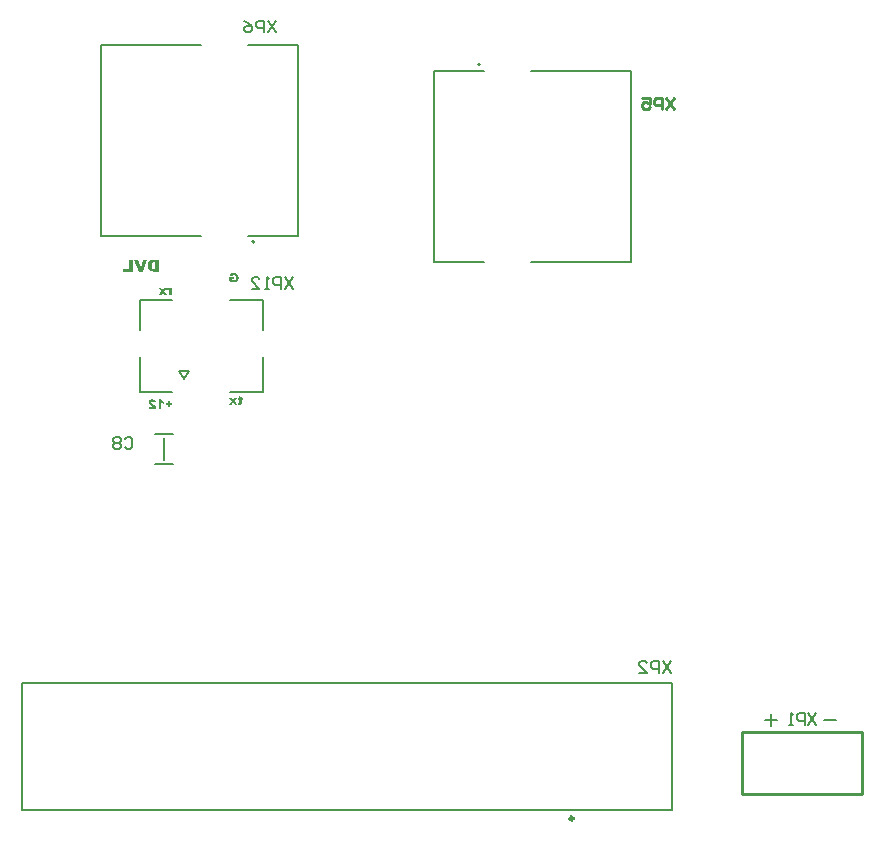
<source format=gbo>
G04*
G04 #@! TF.GenerationSoftware,Altium Limited,Altium Designer,25.5.2 (35)*
G04*
G04 Layer_Color=32896*
%FSLAX44Y44*%
%MOMM*%
G71*
G04*
G04 #@! TF.SameCoordinates,F72C58DA-7479-44D0-9E82-083B63CA5D52*
G04*
G04*
G04 #@! TF.FilePolarity,Positive*
G04*
G01*
G75*
%ADD10C,0.3000*%
%ADD11C,0.1270*%
%ADD12C,0.1500*%
%ADD13C,0.2000*%
%ADD14C,0.2540*%
G36*
X365703Y712725D02*
X366040Y712696D01*
X366317Y712652D01*
X366566Y712608D01*
X366756Y712549D01*
X366888Y712505D01*
X366976Y712476D01*
X367005Y712461D01*
X367210Y712359D01*
X367400Y712227D01*
X367561Y712096D01*
X367693Y711979D01*
X367810Y711862D01*
X367883Y711774D01*
X367927Y711715D01*
X367942Y711686D01*
X368059Y711481D01*
X368146Y711262D01*
X368219Y711028D01*
X368278Y710808D01*
X368322Y710603D01*
X368351Y710443D01*
X368366Y710384D01*
X368380Y710340D01*
Y710311D01*
Y710296D01*
X366259Y710135D01*
X366215Y710355D01*
X366171Y710545D01*
X366113Y710706D01*
X366054Y710823D01*
X366010Y710911D01*
X365966Y710984D01*
X365937Y711013D01*
X365923Y711028D01*
X365820Y711115D01*
X365718Y711174D01*
X365601Y711233D01*
X365498Y711262D01*
X365410Y711276D01*
X365337Y711291D01*
X365264D01*
X365118Y711276D01*
X365001Y711247D01*
X364884Y711218D01*
X364796Y711174D01*
X364723Y711115D01*
X364664Y711086D01*
X364635Y711057D01*
X364620Y711042D01*
X364533Y710940D01*
X364474Y710837D01*
X364416Y710750D01*
X364386Y710647D01*
X364372Y710574D01*
X364357Y710501D01*
Y710457D01*
Y710443D01*
X364372Y710325D01*
X364401Y710194D01*
X364445Y710077D01*
X364489Y709974D01*
X364533Y709887D01*
X364576Y709813D01*
X364606Y709770D01*
X364620Y709755D01*
X364679Y709682D01*
X364752Y709609D01*
X364913Y709448D01*
X365118Y709272D01*
X365323Y709111D01*
X365513Y708950D01*
X365674Y708833D01*
X365732Y708789D01*
X365776Y708745D01*
X365805Y708731D01*
X365820Y708716D01*
X366098Y708511D01*
X366347Y708307D01*
X366566Y708116D01*
X366771Y707941D01*
X366961Y707765D01*
X367137Y707604D01*
X367283Y707458D01*
X367415Y707312D01*
X367532Y707195D01*
X367634Y707077D01*
X367707Y706990D01*
X367766Y706902D01*
X367824Y706843D01*
X367854Y706800D01*
X367883Y706770D01*
Y706756D01*
X368073Y706448D01*
X368219Y706141D01*
X368336Y705834D01*
X368424Y705571D01*
X368483Y705337D01*
X368497Y705249D01*
X368512Y705161D01*
X368527Y705088D01*
X368541Y705044D01*
Y705015D01*
Y705000D01*
X362192D01*
Y706726D01*
X365513D01*
X365308Y706917D01*
X365147Y707063D01*
X365089Y707107D01*
X365045Y707151D01*
X365015Y707165D01*
X365001Y707180D01*
X364898Y707253D01*
X364781Y707355D01*
X364489Y707560D01*
X364357Y707648D01*
X364255Y707721D01*
X364182Y707780D01*
X364152Y707794D01*
X363962Y707941D01*
X363772Y708072D01*
X363611Y708204D01*
X363465Y708336D01*
X363201Y708570D01*
X362996Y708775D01*
X362850Y708950D01*
X362733Y709082D01*
X362674Y709155D01*
X362660Y709184D01*
X362528Y709433D01*
X362426Y709667D01*
X362353Y709887D01*
X362294Y710091D01*
X362265Y710267D01*
X362250Y710399D01*
Y710486D01*
Y710501D01*
Y710516D01*
X362265Y710750D01*
X362309Y710984D01*
X362367Y711174D01*
X362426Y711350D01*
X362499Y711496D01*
X362557Y711613D01*
X362601Y711672D01*
X362616Y711701D01*
X362762Y711891D01*
X362923Y712052D01*
X363084Y712184D01*
X363231Y712286D01*
X363377Y712374D01*
X363494Y712432D01*
X363567Y712461D01*
X363582Y712476D01*
X363596D01*
X363845Y712564D01*
X364123Y712623D01*
X364416Y712681D01*
X364693Y712710D01*
X364942Y712725D01*
X365045D01*
X365132Y712739D01*
X365323D01*
X365703Y712725D01*
D02*
G37*
G36*
X372565Y712476D02*
X372726Y712242D01*
X372872Y712023D01*
X373033Y711847D01*
X373164Y711701D01*
X373267Y711598D01*
X373340Y711540D01*
X373369Y711510D01*
X373618Y711335D01*
X373881Y711174D01*
X374159Y711042D01*
X374423Y710925D01*
X374672Y710823D01*
X374774Y710779D01*
X374862Y710750D01*
X374935Y710721D01*
X374993Y710706D01*
X375023Y710691D01*
X375037D01*
Y708965D01*
X374774Y709053D01*
X374540Y709126D01*
X374335Y709199D01*
X374159Y709272D01*
X374013Y709331D01*
X373911Y709374D01*
X373838Y709404D01*
X373823Y709418D01*
X373457Y709623D01*
X373296Y709726D01*
X373135Y709828D01*
X373004Y709930D01*
X372901Y710004D01*
X372843Y710048D01*
X372813Y710062D01*
Y705000D01*
X370677D01*
Y712739D01*
X372433D01*
X372565Y712476D01*
D02*
G37*
G36*
X380260Y709638D02*
X382250D01*
Y707955D01*
X380260D01*
Y705966D01*
X378578D01*
Y707955D01*
X376588D01*
Y709638D01*
X378578D01*
Y711628D01*
X380260D01*
Y709638D01*
D02*
G37*
G36*
X434622Y819606D02*
X435031Y819563D01*
X435382Y819504D01*
X435543Y819460D01*
X435675Y819431D01*
X435807Y819402D01*
X435924Y819358D01*
X436012Y819329D01*
X436085Y819299D01*
X436143Y819270D01*
X436202Y819255D01*
X436216Y819241D01*
X436231D01*
X436582Y819051D01*
X436889Y818831D01*
X437138Y818597D01*
X437357Y818378D01*
X437519Y818173D01*
X437635Y817997D01*
X437679Y817939D01*
X437709Y817895D01*
X437738Y817866D01*
Y817851D01*
X437914Y817500D01*
X438031Y817119D01*
X438118Y816768D01*
X438191Y816417D01*
X438206Y816271D01*
X438221Y816124D01*
X438235Y816007D01*
Y815890D01*
X438250Y815803D01*
Y815744D01*
Y815700D01*
Y815686D01*
X438235Y815261D01*
X438177Y814852D01*
X438104Y814501D01*
X438016Y814193D01*
X437972Y814047D01*
X437928Y813930D01*
X437884Y813828D01*
X437855Y813740D01*
X437826Y813667D01*
X437797Y813623D01*
X437782Y813593D01*
Y813579D01*
X437592Y813257D01*
X437372Y812979D01*
X437153Y812745D01*
X436948Y812555D01*
X436758Y812394D01*
X436611Y812291D01*
X436553Y812247D01*
X436509Y812233D01*
X436480Y812204D01*
X436465D01*
X436129Y812057D01*
X435748Y811940D01*
X435382Y811867D01*
X435031Y811808D01*
X434870Y811794D01*
X434724Y811779D01*
X434592Y811765D01*
X434475D01*
X434388Y811750D01*
X434256D01*
X433861Y811765D01*
X433495Y811794D01*
X433173Y811823D01*
X432895Y811882D01*
X432661Y811926D01*
X432573Y811940D01*
X432500Y811955D01*
X432442Y811969D01*
X432383Y811984D01*
X432369Y811999D01*
X432354D01*
X432047Y812116D01*
X431725Y812262D01*
X431418Y812423D01*
X431125Y812584D01*
X430876Y812730D01*
X430759Y812789D01*
X430672Y812847D01*
X430598Y812891D01*
X430540Y812935D01*
X430510Y812950D01*
X430496Y812964D01*
Y816227D01*
X434139D01*
Y814647D01*
X432559D01*
Y813915D01*
X432734Y813813D01*
X432881Y813740D01*
X433027Y813667D01*
X433144Y813608D01*
X433246Y813579D01*
X433334Y813549D01*
X433378Y813520D01*
X433393D01*
X433656Y813462D01*
X433788Y813447D01*
X433890Y813432D01*
X433993Y813418D01*
X434139D01*
X434431Y813447D01*
X434695Y813506D01*
X434914Y813579D01*
X435104Y813681D01*
X435251Y813784D01*
X435353Y813857D01*
X435412Y813915D01*
X435441Y813944D01*
X435514Y814047D01*
X435587Y814179D01*
X435704Y814442D01*
X435778Y814735D01*
X435836Y815027D01*
X435865Y815291D01*
X435880Y815393D01*
Y815495D01*
X435895Y815583D01*
Y815642D01*
Y815686D01*
Y815700D01*
Y815920D01*
X435880Y816110D01*
X435821Y816461D01*
X435748Y816754D01*
X435660Y817002D01*
X435587Y817178D01*
X435514Y817309D01*
X435456Y817383D01*
X435441Y817412D01*
X435251Y817588D01*
X435061Y817719D01*
X434856Y817822D01*
X434651Y817880D01*
X434475Y817924D01*
X434344Y817939D01*
X434285Y817953D01*
X434212D01*
X434022Y817939D01*
X433861Y817924D01*
X433700Y817880D01*
X433583Y817836D01*
X433480Y817792D01*
X433407Y817763D01*
X433363Y817734D01*
X433349Y817719D01*
X433232Y817631D01*
X433129Y817514D01*
X433042Y817412D01*
X432983Y817309D01*
X432924Y817207D01*
X432895Y817134D01*
X432866Y817076D01*
Y817061D01*
X430598Y817456D01*
X430686Y817719D01*
X430788Y817968D01*
X430891Y818173D01*
X430993Y818348D01*
X431081Y818480D01*
X431154Y818582D01*
X431213Y818655D01*
X431227Y818670D01*
X431388Y818846D01*
X431564Y818992D01*
X431740Y819109D01*
X431900Y819212D01*
X432047Y819285D01*
X432164Y819343D01*
X432237Y819372D01*
X432252Y819387D01*
X432266D01*
X432398Y819431D01*
X432529Y819460D01*
X432822Y819519D01*
X433144Y819563D01*
X433451Y819592D01*
X433715Y819606D01*
X433846Y819621D01*
X434154D01*
X434622Y819606D01*
D02*
G37*
G36*
X435283Y711249D02*
X437273Y708382D01*
X434991D01*
X433791Y710152D01*
X432767Y708382D01*
X430309D01*
X432328Y711249D01*
X430441Y713883D01*
X432767D01*
X433791Y712346D01*
X434669Y713883D01*
X437171D01*
X435283Y711249D01*
D02*
G37*
G36*
X440975Y714892D02*
Y713883D01*
X441750D01*
Y712332D01*
X440975D01*
Y710386D01*
X440960Y710064D01*
X440945Y709786D01*
X440916Y709567D01*
X440887Y709377D01*
X440858Y709230D01*
X440828Y709128D01*
X440799Y709069D01*
Y709055D01*
X440726Y708908D01*
X440638Y708791D01*
X440550Y708674D01*
X440462Y708601D01*
X440389Y708528D01*
X440316Y708484D01*
X440272Y708455D01*
X440258Y708440D01*
X440097Y708382D01*
X439907Y708338D01*
X439716Y708294D01*
X439526Y708279D01*
X439351Y708265D01*
X439219Y708250D01*
X439087D01*
X438824Y708265D01*
X438561Y708279D01*
X438312Y708308D01*
X438092Y708338D01*
X437902Y708367D01*
X437741Y708382D01*
X437683Y708396D01*
X437639Y708411D01*
X437610D01*
X437771Y709874D01*
X437917Y709830D01*
X438049Y709801D01*
X438166Y709772D01*
X438253Y709757D01*
X438326D01*
X438385Y709742D01*
X438429D01*
X438517Y709757D01*
X438590Y709772D01*
X438707Y709830D01*
X438780Y709889D01*
X438795Y709918D01*
X438809Y709962D01*
X438824Y710035D01*
X438839Y710181D01*
X438853Y710254D01*
Y710313D01*
Y710357D01*
Y710371D01*
Y712332D01*
X437697D01*
Y713883D01*
X438853D01*
Y715990D01*
X440975Y714892D01*
D02*
G37*
G36*
X375399Y804118D02*
X377389Y801250D01*
X375107D01*
X373907Y803020D01*
X372883Y801250D01*
X370425D01*
X372444Y804118D01*
X370556Y806751D01*
X372883D01*
X373907Y805215D01*
X374785Y806751D01*
X377286D01*
X375399Y804118D01*
D02*
G37*
G36*
X378354Y806868D02*
X378501Y806853D01*
X378632Y806810D01*
X378750Y806766D01*
X378837Y806722D01*
X378896Y806693D01*
X378940Y806663D01*
X378954Y806649D01*
X379057Y806546D01*
X379159Y806429D01*
X379349Y806166D01*
X379422Y806034D01*
X379481Y805946D01*
X379510Y805873D01*
X379525Y805844D01*
Y806751D01*
X381500D01*
Y801250D01*
X379379D01*
Y803093D01*
Y803327D01*
X379364Y803547D01*
X379349Y803752D01*
X379335Y803927D01*
X379305Y804088D01*
X379276Y804249D01*
X379247Y804366D01*
X379218Y804483D01*
X379188Y804586D01*
X379159Y804673D01*
X379101Y804791D01*
X379071Y804864D01*
X379057Y804893D01*
X378969Y805010D01*
X378867Y805098D01*
X378750Y805156D01*
X378647Y805200D01*
X378559Y805229D01*
X378486Y805244D01*
X378325D01*
X378237Y805215D01*
X378047Y805171D01*
X377959Y805142D01*
X377886Y805112D01*
X377842Y805098D01*
X377828Y805083D01*
X377169Y806575D01*
X377374Y806678D01*
X377564Y806751D01*
X377740Y806810D01*
X377886Y806839D01*
X378018Y806868D01*
X378106Y806883D01*
X378194D01*
X378354Y806868D01*
D02*
G37*
G36*
X356958Y821000D02*
X353545D01*
X349780Y831144D01*
X352959D01*
X355222Y823829D01*
X357524Y831144D01*
X360782D01*
X356958Y821000D01*
D02*
G37*
G36*
X370750D02*
X366107D01*
X365776Y821020D01*
X365464Y821039D01*
X365151Y821078D01*
X364859Y821137D01*
X364605Y821195D01*
X364410Y821234D01*
X364332Y821254D01*
X364274D01*
X364254Y821273D01*
X364235D01*
X363961Y821371D01*
X363688Y821488D01*
X363454Y821605D01*
X363240Y821741D01*
X363064Y821878D01*
X362928Y821975D01*
X362850Y822053D01*
X362811Y822073D01*
X362576Y822307D01*
X362362Y822561D01*
X362186Y822814D01*
X362050Y823048D01*
X361933Y823263D01*
X361835Y823419D01*
X361796Y823536D01*
X361777Y823575D01*
X361660Y823946D01*
X361562Y824355D01*
X361504Y824765D01*
X361445Y825174D01*
X361426Y825526D01*
Y825682D01*
X361406Y825818D01*
Y825935D01*
Y826013D01*
Y826072D01*
Y826091D01*
X361426Y826481D01*
X361445Y826833D01*
X361484Y827164D01*
X361523Y827457D01*
X361582Y827710D01*
X361621Y827906D01*
X361640Y828023D01*
X361660Y828042D01*
Y828062D01*
X361777Y828393D01*
X361894Y828705D01*
X362030Y828979D01*
X362167Y829232D01*
X362284Y829408D01*
X362381Y829564D01*
X362459Y829642D01*
X362479Y829681D01*
X362693Y829934D01*
X362928Y830149D01*
X363162Y830324D01*
X363376Y830480D01*
X363591Y830598D01*
X363747Y830695D01*
X363844Y830734D01*
X363864Y830754D01*
X363884D01*
X364215Y830890D01*
X364586Y830988D01*
X364956Y831046D01*
X365308Y831105D01*
X365620Y831124D01*
X365756D01*
X365873Y831144D01*
X370750D01*
Y821000D01*
D02*
G37*
G36*
X348746D02*
X340728D01*
Y823497D01*
X345605D01*
Y831144D01*
X348746D01*
Y821000D01*
D02*
G37*
%LPC*%
G36*
X367609Y828842D02*
X366829D01*
X366400Y828822D01*
X366049Y828744D01*
X365756Y828647D01*
X365503Y828549D01*
X365327Y828432D01*
X365191Y828335D01*
X365112Y828257D01*
X365093Y828237D01*
X364995Y828120D01*
X364917Y827984D01*
X364781Y827652D01*
X364683Y827281D01*
X364605Y826911D01*
X364566Y826579D01*
Y826423D01*
X364547Y826286D01*
Y826189D01*
Y826111D01*
Y826052D01*
Y826033D01*
X364566Y825604D01*
X364586Y825253D01*
X364625Y824940D01*
X364664Y824706D01*
X364722Y824511D01*
X364761Y824375D01*
X364781Y824297D01*
X364800Y824277D01*
X364898Y824082D01*
X364995Y823926D01*
X365112Y823790D01*
X365210Y823692D01*
X365308Y823614D01*
X365366Y823556D01*
X365424Y823536D01*
X365444Y823516D01*
X365620Y823438D01*
X365834Y823399D01*
X366302Y823321D01*
X366517D01*
X366693Y823302D01*
X367609D01*
Y828842D01*
D02*
G37*
%LPD*%
D10*
X721560Y358000D02*
G03*
X721560Y358000I-1500J0D01*
G01*
D11*
X388050Y736830D02*
X392050Y729830D01*
X396050Y736830D01*
X388050D02*
X396050D01*
X354680Y796830D02*
X382199D01*
X354680Y771451D02*
Y796830D01*
Y719360D02*
Y748551D01*
Y719360D02*
X382199D01*
X431299D02*
X458820D01*
Y748551D01*
Y771451D02*
Y796830D01*
X431299D02*
X458820D01*
X934060Y441500D02*
X944060D01*
X889060Y436500D02*
Y446500D01*
X884060Y441500D02*
X894060D01*
D12*
X367500Y657750D02*
X382500D01*
X375000Y661250D02*
Y670500D01*
Y679750D01*
X367500Y683250D02*
X382500D01*
D13*
X642750Y996100D02*
G03*
X640750Y996100I-1000J0D01*
G01*
D02*
G03*
X642750Y996100I1000J0D01*
G01*
X451600Y846150D02*
G03*
X449600Y846150I-1000J0D01*
G01*
D02*
G03*
X451600Y846150I1000J0D01*
G01*
X685750Y829350D02*
X770750D01*
Y990850D01*
X685750D02*
X770750D01*
X603750Y829350D02*
X645750D01*
X603750D02*
Y990850D01*
X645750D01*
X446600Y851400D02*
X488600D01*
Y1012900D01*
X446600D02*
X488600D01*
X321600Y851400D02*
X406600D01*
X321600D02*
Y1012900D01*
X406600D01*
X255060Y473000D02*
X805060D01*
Y365000D02*
Y473000D01*
X255060Y365000D02*
X805060D01*
X255060D02*
Y473000D01*
X341666Y679332D02*
X343332Y680998D01*
X346665D01*
X348331Y679332D01*
Y672668D01*
X346665Y671002D01*
X343332D01*
X341666Y672668D01*
X338334Y679332D02*
X336668Y680998D01*
X333335D01*
X331669Y679332D01*
Y677666D01*
X333335Y676000D01*
X331669Y674334D01*
Y672668D01*
X333335Y671002D01*
X336668D01*
X338334Y672668D01*
Y674334D01*
X336668Y676000D01*
X338334Y677666D01*
Y679332D01*
X336668Y676000D02*
X333335D01*
X484244Y816498D02*
X477580Y806502D01*
Y816498D02*
X484244Y806502D01*
X474248D02*
Y816498D01*
X469249D01*
X467583Y814832D01*
Y811500D01*
X469249Y809834D01*
X474248D01*
X464251Y806502D02*
X460919D01*
X462585D01*
Y816498D01*
X464251Y814832D01*
X449256Y806502D02*
X455920D01*
X449256Y813166D01*
Y814832D01*
X450922Y816498D01*
X454254D01*
X455920Y814832D01*
X927413Y447248D02*
X920748Y437252D01*
Y447248D02*
X927413Y437252D01*
X917416D02*
Y447248D01*
X912418D01*
X910752Y445582D01*
Y442250D01*
X912418Y440584D01*
X917416D01*
X907419Y437252D02*
X904087D01*
X905753D01*
Y447248D01*
X907419Y445582D01*
X469829Y1033498D02*
X463164Y1023502D01*
Y1033498D02*
X469829Y1023502D01*
X459832D02*
Y1033498D01*
X454834D01*
X453168Y1031832D01*
Y1028500D01*
X454834Y1026834D01*
X459832D01*
X443171Y1033498D02*
X446503Y1031832D01*
X449836Y1028500D01*
Y1025168D01*
X448169Y1023502D01*
X444837D01*
X443171Y1025168D01*
Y1026834D01*
X444837Y1028500D01*
X449836D01*
X804164Y491073D02*
X797499Y481076D01*
Y491073D02*
X804164Y481076D01*
X794167D02*
Y491073D01*
X789169D01*
X787503Y489407D01*
Y486074D01*
X789169Y484408D01*
X794167D01*
X777506Y481076D02*
X784170D01*
X777506Y487741D01*
Y489407D01*
X779172Y491073D01*
X782504D01*
X784170Y489407D01*
D14*
X864060Y379000D02*
X966060D01*
Y431000D01*
X864060D02*
X966060D01*
X864060Y379000D02*
Y431000D01*
X806829Y968248D02*
X800164Y958252D01*
Y968248D02*
X806829Y958252D01*
X796832D02*
Y968248D01*
X791834D01*
X790168Y966582D01*
Y963250D01*
X791834Y961584D01*
X796832D01*
X780171Y968248D02*
X786835D01*
Y963250D01*
X783503Y964916D01*
X781837D01*
X780171Y963250D01*
Y959918D01*
X781837Y958252D01*
X785169D01*
X786835Y959918D01*
M02*

</source>
